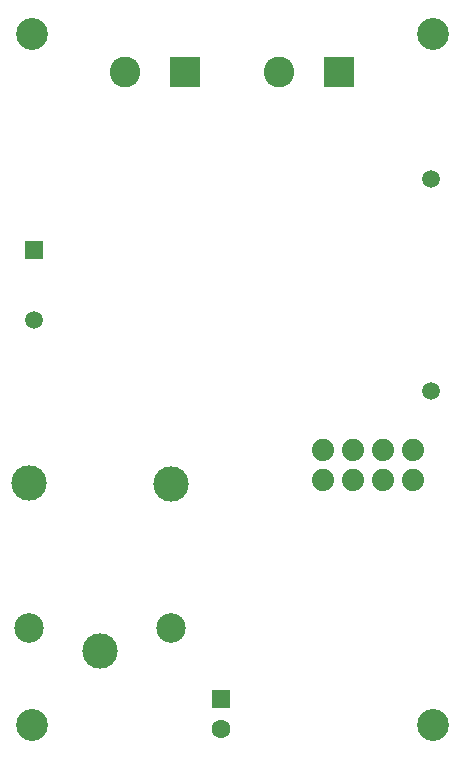
<source format=gbr>
%TF.GenerationSoftware,KiCad,Pcbnew,(6.0.6)*%
%TF.CreationDate,2023-01-19T19:18:13-03:00*%
%TF.ProjectId,mod_rele,6d6f645f-7265-46c6-952e-6b696361645f,rev?*%
%TF.SameCoordinates,Original*%
%TF.FileFunction,Soldermask,Bot*%
%TF.FilePolarity,Negative*%
%FSLAX46Y46*%
G04 Gerber Fmt 4.6, Leading zero omitted, Abs format (unit mm)*
G04 Created by KiCad (PCBNEW (6.0.6)) date 2023-01-19 19:18:13*
%MOMM*%
%LPD*%
G01*
G04 APERTURE LIST*
%ADD10C,2.600000*%
%ADD11R,2.600000X2.600000*%
%ADD12C,1.879600*%
%ADD13C,1.500000*%
%ADD14R,1.500000X1.500000*%
%ADD15C,1.600000*%
%ADD16R,1.600000X1.600000*%
%ADD17C,2.700000*%
%ADD18C,2.500000*%
%ADD19C,3.000000*%
G04 APERTURE END LIST*
D10*
%TO.C,J1*%
X82920000Y-39945000D03*
D11*
X88000000Y-39945000D03*
%TD*%
D12*
%TO.C,U2*%
X99690000Y-74501350D03*
X99690000Y-71961350D03*
X102230000Y-74501350D03*
X102230000Y-71961350D03*
X104770000Y-74501350D03*
X104770000Y-71961350D03*
X107310000Y-74501350D03*
X107310000Y-71961350D03*
%TD*%
D13*
%TO.C,PS1*%
X108800000Y-67000000D03*
X108800000Y-49000000D03*
X75200000Y-61000000D03*
D14*
X75200000Y-55000000D03*
%TD*%
D15*
%TO.C,C3*%
X91000000Y-95567621D03*
D16*
X91000000Y-93067621D03*
%TD*%
D10*
%TO.C,J2*%
X95965000Y-39945000D03*
D11*
X101045000Y-39945000D03*
%TD*%
D17*
%TO.C,H4*%
X109000000Y-95250000D03*
%TD*%
D18*
%TO.C,K1*%
X74800000Y-87050000D03*
D19*
X74750000Y-74800000D03*
X86800000Y-74850000D03*
D18*
X86800000Y-87050000D03*
D19*
X80750000Y-89000000D03*
%TD*%
D17*
%TO.C,H3*%
X109000000Y-36750000D03*
%TD*%
%TO.C,H1*%
X75000000Y-95250000D03*
%TD*%
%TO.C,H2*%
X75000000Y-36750000D03*
%TD*%
M02*

</source>
